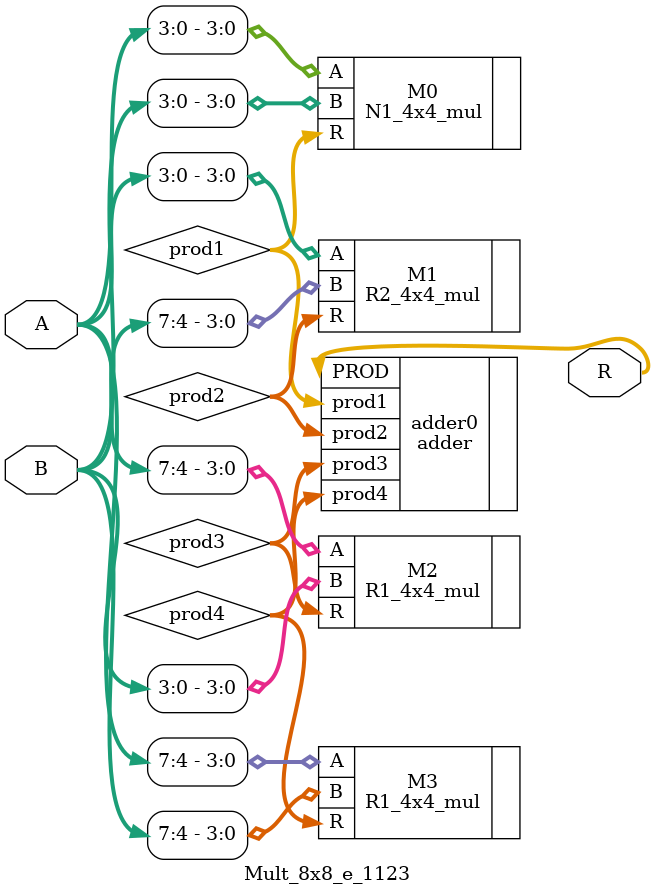
<source format=v>
module Mult_8x8_e_1123(
input [7:0] A,
input [7:0] B,
output [15:0]R
);
wire [7:0]prod1;
wire [7:0]prod2;
wire [7:0]prod3;
wire [7:0]prod4;

N1_4x4_mul M0(.A(A[3:0]),.B(B[3:0]),.R(prod1));
R2_4x4_mul M1(.A(A[3:0]),.B(B[7:4]),.R(prod2));
R1_4x4_mul M2(.A(A[7:4]),.B(B[3:0]),.R(prod3));
R1_4x4_mul M3(.A(A[7:4]),.B(B[7:4]),.R(prod4));
adder adder0(.prod1(prod1),.prod2(prod2),.prod3(prod3),.prod4(prod4),.PROD(R));
endmodule

</source>
